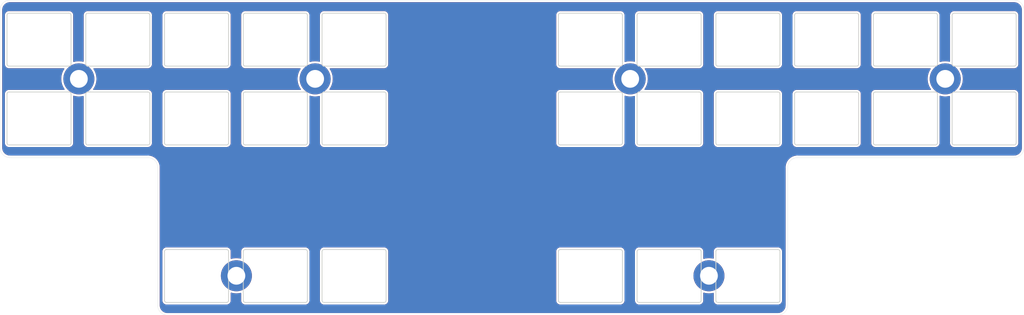
<source format=kicad_pcb>
(kicad_pcb (version 20210228) (generator pcbnew)
  (layers (0 "F.Cu" signal) (31 "B.Cu" signal) (34 "B.Paste" user) (35 "F.Paste" user) (36 "B.SilkS" user "B.Silkscreen") (37 "F.SilkS" user "F.Silkscreen") (38 "B.Mask" user) (39 "F.Mask" user) (44 "Edge.Cuts" user))
  (net 0 "")
  (footprint "MountingHole:MountingHole_4.3mm_M4_DIN965_Pad" (layer "F.Cu") (at 84.93125 127)
    (fp_text reference "REF**" hide)
    (fp_text value "m4")
    (pad "1" thru_hole circle (at 0 0) (size 7.5 7.5) (drill 4.3) (layers *.Cu *.Mask))
  )
  (footprint "MountingHole:MountingHole_4.3mm_M4_DIN965_Pad" (layer "F.Cu") (at 199.23125 127)
    (fp_text reference "REF**" hide)
    (fp_text value "m4")
    (pad "1" thru_hole circle (at 0 0) (size 7.5 7.5) (drill 4.3) (layers *.Cu *.Mask))
  )
  (footprint "MountingHole:MountingHole_4.3mm_M4_DIN965_Pad" (layer "F.Cu") (at 256.38125 79.375)
    (fp_text reference "REF**" hide)
    (fp_text value "m4")
    (pad "1" thru_hole circle (at 0 0) (size 7.5 7.5) (drill 4.3) (layers *.Cu *.Mask))
  )
  (footprint "MountingHole:MountingHole_4.3mm_M4_DIN965_Pad" (layer "F.Cu") (at 180.18125 79.375)
    (fp_text reference "REF**" hide)
    (fp_text value "m4")
    (pad "1" thru_hole circle (at 0 0) (size 7.5 7.5) (drill 4.3) (layers *.Cu *.Mask))
  )
  (footprint "MountingHole:MountingHole_4.3mm_M4_DIN965_Pad" (layer "F.Cu") (at 103.98125 79.375)
    (fp_text reference "REF**" hide)
    (fp_text value "m4")
    (pad "1" thru_hole circle (at 0 0) (size 7.5 7.5) (drill 4.3) (layers *.Cu *.Mask))
  )
  (footprint "MountingHole:MountingHole_4.3mm_M4_DIN965_Pad" (layer "F.Cu") (at 46.83125 79.375)
    (fp_text reference "REF**" hide)
    (fp_text value "m4")
    (pad "1" thru_hole circle (at 0 0) (size 7.5 7.5) (drill 4.3) (layers *.Cu *.Mask))
  )
  (gr_line (start 27.78125 62.70625) (end 27.78125 96.04375) (layer "Edge.Cuts") (width 0.05))
  (gr_line (start 275.43125 96.04375) (end 275.43125 62.70625) (layer "Edge.Cuts") (width 0.05))
  (gr_line (start 273.05 60.325) (end 30.1625 60.325) (layer "Edge.Cuts") (width 0.05))
  (gr_line (start 30.1625 98.425) (end 63.5 98.425) (layer "Edge.Cuts") (width 0.05))
  (gr_line (start 65.88125 100.80625) (end 65.88125 134.14375) (layer "Edge.Cuts") (width 0.05))
  (gr_line (start 68.2625 136.525) (end 215.9 136.525) (layer "Edge.Cuts") (width 0.05))
  (gr_line (start 218.28125 134.14375) (end 218.28125 100.80625) (layer "Edge.Cuts") (width 0.05))
  (gr_line (start 220.6625 98.425) (end 273.05 98.425) (layer "Edge.Cuts") (width 0.05))
  (gr_arc (start 177.8 132.95) (end 177.8 133.45) (angle -90) (layer "Edge.Cuts") (width 0.2))
  (gr_line (start 177.8 63.5) (end 163.3 63.5) (layer "Edge.Cuts") (width 0.2))
  (gr_arc (start 29.95 94.85) (end 29.45 94.85) (angle -90) (layer "Edge.Cuts") (width 0.2))
  (gr_line (start 182.35 76.3) (end 196.85 76.3) (layer "Edge.Cuts") (width 0.2))
  (gr_arc (start 201.4 83.05) (end 201.4 82.55) (angle -90) (layer "Edge.Cuts") (width 0.2))
  (gr_line (start 216.4 132.95) (end 216.4 121.15) (layer "Edge.Cuts") (width 0.2))
  (gr_arc (start 101.6 121.15) (end 102.1 121.15) (angle -90) (layer "Edge.Cuts") (width 0.2))
  (gr_line (start 29.45 83.05) (end 29.45 94.85) (layer "Edge.Cuts") (width 0.2))
  (gr_line (start 182.35 95.35) (end 196.85 95.35) (layer "Edge.Cuts") (width 0.2))
  (gr_arc (start 163.3 64) (end 163.3 63.5) (angle -90) (layer "Edge.Cuts") (width 0.2))
  (gr_arc (start 177.8 64) (end 178.3 64) (angle -90) (layer "Edge.Cuts") (width 0.2))
  (gr_line (start 29.95 76.3) (end 44.449999 76.3) (layer "Edge.Cuts") (width 0.2))
  (gr_arc (start 106.15 64) (end 106.15 63.5) (angle -90) (layer "Edge.Cuts") (width 0.2))
  (gr_line (start 216.4 94.85) (end 216.4 83.05) (layer "Edge.Cuts") (width 0.2))
  (gr_arc (start 254 64) (end 254.5 64) (angle -90) (layer "Edge.Cuts") (width 0.2))
  (gr_arc (start 120.65 64) (end 121.15 64) (angle -90) (layer "Edge.Cuts") (width 0.2))
  (gr_arc (start 120.65 132.95) (end 120.65 133.45) (angle -90) (layer "Edge.Cuts") (width 0.2))
  (gr_line (start 120.65 82.55) (end 106.15 82.55) (layer "Edge.Cuts") (width 0.2))
  (gr_line (start 215.9 120.65) (end 201.4 120.65) (layer "Edge.Cuts") (width 0.2))
  (gr_arc (start 82.55 94.85) (end 82.55 95.35) (angle -90) (layer "Edge.Cuts") (width 0.2))
  (gr_line (start 83.05 94.85) (end 83.05 83.05) (layer "Edge.Cuts") (width 0.2))
  (gr_arc (start 177.8 121.15) (end 178.3 121.15) (angle -90) (layer "Edge.Cuts") (width 0.2))
  (gr_line (start 254.5 75.8) (end 254.5 64) (layer "Edge.Cuts") (width 0.2))
  (gr_arc (start 82.55 64) (end 83.05 64) (angle -90) (layer "Edge.Cuts") (width 0.2))
  (gr_line (start 121.15 75.8) (end 121.15 64) (layer "Edge.Cuts") (width 0.2))
  (gr_arc (start 220.45 75.8) (end 219.95 75.8) (angle -90) (layer "Edge.Cuts") (width 0.2))
  (gr_line (start 121.15 132.95) (end 121.15 121.15) (layer "Edge.Cuts") (width 0.2))
  (gr_line (start 239 64) (end 239 75.8) (layer "Edge.Cuts") (width 0.2))
  (gr_line (start 87.1 133.45) (end 101.6 133.45) (layer "Edge.Cuts") (width 0.2))
  (gr_arc (start 273.05 75.8) (end 273.05 76.3) (angle -90) (layer "Edge.Cuts") (width 0.2))
  (gr_arc (start 101.6 94.85) (end 101.6 95.35) (angle -90) (layer "Edge.Cuts") (width 0.2))
  (gr_arc (start 82.55 121.15) (end 83.05 121.15) (angle -90) (layer "Edge.Cuts") (width 0.2))
  (gr_line (start 49 95.35) (end 63.5 95.35) (layer "Edge.Cuts") (width 0.2))
  (gr_arc (start 182.35 64) (end 182.35 63.5) (angle -90) (layer "Edge.Cuts") (width 0.2))
  (gr_line (start 234.95 82.55) (end 220.45 82.55) (layer "Edge.Cuts") (width 0.2))
  (gr_line (start 216.4 75.8) (end 216.4 64) (layer "Edge.Cuts") (width 0.2))
  (gr_arc (start 196.85 64) (end 197.35 64) (angle -90) (layer "Edge.Cuts") (width 0.2))
  (gr_arc (start 239.5 75.8) (end 239 75.8) (angle -90) (layer "Edge.Cuts") (width 0.2))
  (gr_line (start 196.85 120.65) (end 182.35 120.65) (layer "Edge.Cuts") (width 0.2))
  (gr_arc (start 44.449999 83.05) (end 44.95 83.05) (angle -90) (layer "Edge.Cuts") (width 0.2))
  (gr_line (start 68.05 95.35) (end 82.55 95.35) (layer "Edge.Cuts") (width 0.2))
  (gr_line (start 44.95 75.8) (end 44.95 64) (layer "Edge.Cuts") (width 0.2))
  (gr_arc (start 68.2625 134.14375) (end 65.88125 134.14375) (angle -90) (layer "Edge.Cuts") (width 0.05))
  (gr_arc (start 120.65 94.85) (end 120.65 95.35) (angle -90) (layer "Edge.Cuts") (width 0.2))
  (gr_line (start 178.3 75.8) (end 178.3 64) (layer "Edge.Cuts") (width 0.2))
  (gr_arc (start 163.3 132.95) (end 162.8 132.95) (angle -90) (layer "Edge.Cuts") (width 0.2))
  (gr_line (start 197.35 132.95) (end 197.35 121.15) (layer "Edge.Cuts") (width 0.2))
  (gr_line (start 219.95 83.05) (end 219.95 94.85) (layer "Edge.Cuts") (width 0.2))
  (gr_arc (start 220.45 83.05) (end 220.45 82.55) (angle -90) (layer "Edge.Cuts") (width 0.2))
  (gr_arc (start 68.05 75.8) (end 67.55 75.8) (angle -90) (layer "Edge.Cuts") (width 0.2))
  (gr_arc (start 273.05 83.05) (end 273.55 83.05) (angle -90) (layer "Edge.Cuts") (width 0.2))
  (gr_arc (start 44.449999 75.8) (end 44.449999 76.3) (angle -90) (layer "Edge.Cuts") (width 0.2))
  (gr_line (start 106.15 95.35) (end 120.65 95.35) (layer "Edge.Cuts") (width 0.2))
  (gr_line (start 215.9 82.55) (end 201.4 82.55) (layer "Edge.Cuts") (width 0.2))
  (gr_line (start 239.5 95.35) (end 254 95.35) (layer "Edge.Cuts") (width 0.2))
  (gr_line (start 258.55 76.3) (end 273.05 76.3) (layer "Edge.Cuts") (width 0.2))
  (gr_line (start 64 75.8) (end 64 64) (layer "Edge.Cuts") (width 0.2))
  (gr_line (start 105.65 121.15) (end 105.65 132.95) (layer "Edge.Cuts") (width 0.2))
  (gr_line (start 105.65 64) (end 105.65 75.8) (layer "Edge.Cuts") (width 0.2))
  (gr_arc (start 29.95 64) (end 29.95 63.5) (angle -90) (layer "Edge.Cuts") (width 0.2))
  (gr_line (start 120.65 120.65) (end 106.15 120.65) (layer "Edge.Cuts") (width 0.2))
  (gr_line (start 29.95 95.35) (end 44.449999 95.35) (layer "Edge.Cuts") (width 0.2))
  (gr_line (start 220.45 76.3) (end 234.95 76.3) (layer "Edge.Cuts") (width 0.2))
  (gr_line (start 87.1 95.35) (end 101.6 95.35) (layer "Edge.Cuts") (width 0.2))
  (gr_arc (start 101.6 64) (end 102.1 64) (angle -90) (layer "Edge.Cuts") (width 0.2))
  (gr_arc (start 201.4 75.8) (end 200.9 75.8) (angle -90) (layer "Edge.Cuts") (width 0.2))
  (gr_line (start 163.3 76.3) (end 177.8 76.3) (layer "Edge.Cuts") (width 0.2))
  (gr_arc (start 49 94.85) (end 48.5 94.85) (angle -90) (layer "Edge.Cuts") (width 0.2))
  (gr_line (start 234.95 63.5) (end 220.45 63.5) (layer "Edge.Cuts") (width 0.2))
  (gr_arc (start 254 94.85) (end 254 95.35) (angle -90) (layer "Edge.Cuts") (width 0.2))
  (gr_arc (start 163.3 83.05) (end 163.3 82.55) (angle -90) (layer "Edge.Cuts") (width 0.2))
  (gr_line (start 86.6 83.05) (end 86.6 94.85) (layer "Edge.Cuts") (width 0.2))
  (gr_line (start 235.45 94.85) (end 235.45 83.05) (layer "Edge.Cuts") (width 0.2))
  (gr_line (start 273.55 75.8) (end 273.55 64) (layer "Edge.Cuts") (width 0.2))
  (gr_line (start 196.85 63.5) (end 182.35 63.5) (layer "Edge.Cuts") (width 0.2))
  (gr_line (start 86.6 121.15) (end 86.6 132.95) (layer "Edge.Cuts") (width 0.2))
  (gr_arc (start 87.1 83.05) (end 87.1 82.55) (angle -90) (layer "Edge.Cuts") (width 0.2))
  (gr_arc (start 87.1 75.8) (end 86.6 75.8) (angle -90) (layer "Edge.Cuts") (width 0.2))
  (gr_line (start 258.05 83.05) (end 258.05 94.85) (layer "Edge.Cuts") (width 0.2))
  (gr_line (start 29.45 64) (end 29.45 75.8) (layer "Edge.Cuts") (width 0.2))
  (gr_line (start 162.8 64) (end 162.8 75.8) (layer "Edge.Cuts") (width 0.2))
  (gr_arc (start 182.35 75.8) (end 181.85 75.8) (angle -90) (layer "Edge.Cuts") (width 0.2))
  (gr_line (start 44.95 94.85) (end 44.95 83.05) (layer "Edge.Cuts") (width 0.2))
  (gr_line (start 201.4 133.45) (end 215.9 133.45) (layer "Edge.Cuts") (width 0.2))
  (gr_line (start 44.449999 82.55) (end 29.95 82.55) (layer "Edge.Cuts") (width 0.2))
  (gr_line (start 254 82.55) (end 239.5 82.55) (layer "Edge.Cuts") (width 0.2))
  (gr_line (start 87.1 76.3) (end 101.6 76.3) (layer "Edge.Cuts") (width 0.2))
  (gr_arc (start 234.95 94.85) (end 234.95 95.35) (angle -90) (layer "Edge.Cuts") (width 0.2))
  (gr_line (start 162.8 121.15) (end 162.8 132.95) (layer "Edge.Cuts") (width 0.2))
  (gr_line (start 163.3 95.35) (end 177.8 95.35) (layer "Edge.Cuts") (width 0.2))
  (gr_arc (start 182.35 94.85) (end 181.85 94.85) (angle -90) (layer "Edge.Cuts") (width 0.2))
  (gr_arc (start 182.35 132.95) (end 181.85 132.95) (angle -90) (layer "Edge.Cuts") (width 0.2))
  (gr_line (start 67.55 121.15) (end 67.55 132.95) (layer "Edge.Cuts") (width 0.2))
  (gr_arc (start 239.5 94.85) (end 239 94.85) (angle -90) (layer "Edge.Cuts") (width 0.2))
  (gr_line (start 48.5 64) (end 48.5 75.8) (layer "Edge.Cuts") (width 0.2))
  (gr_line (start 120.65 63.5) (end 106.15 63.5) (layer "Edge.Cuts") (width 0.2))
  (gr_arc (start 106.15 83.05) (end 106.15 82.55) (angle -90) (layer "Edge.Cuts") (width 0.2))
  (gr_arc (start 215.9 75.8) (end 215.9 76.3) (angle -90) (layer "Edge.Cuts") (width 0.2))
  (gr_line (start 178.3 132.95) (end 178.3 121.15) (layer "Edge.Cuts") (width 0.2))
  (gr_arc (start 177.8 94.85) (end 177.8 95.35) (angle -90) (layer "Edge.Cuts") (width 0.2))
  (gr_arc (start 196.85 83.05) (end 197.35 83.05) (angle -90) (layer "Edge.Cuts") (width 0.2))
  (gr_line (start 105.65 83.05) (end 105.65 94.85) (layer "Edge.Cuts") (width 0.2))
  (gr_arc (start 234.95 83.05) (end 235.45 83.05) (angle -90) (layer "Edge.Cuts") (width 0.2))
  (gr_arc (start 273.05 94.85) (end 273.05 95.35) (angle -90) (layer "Edge.Cuts") (width 0.2))
  (gr_line (start 177.8 82.55) (end 163.3 82.55) (layer "Edge.Cuts") (width 0.2))
  (gr_line (start 219.95 64) (end 219.95 75.8) (layer "Edge.Cuts") (width 0.2))
  (gr_line (start 197.35 94.85) (end 197.35 83.05) (layer "Edge.Cuts") (width 0.2))
  (gr_arc (start 106.15 94.85) (end 105.65 94.85) (angle -90) (layer "Edge.Cuts") (width 0.2))
  (gr_arc (start 44.449999 94.85) (end 44.449999 95.35) (angle -90) (layer "Edge.Cuts") (width 0.2))
  (gr_line (start 258.55 95.35) (end 273.05 95.35) (layer "Edge.Cuts") (width 0.2))
  (gr_arc (start 120.65 121.15) (end 121.15 121.15) (angle -90) (layer "Edge.Cuts") (width 0.2))
  (gr_arc (start 87.1 132.95) (end 86.6 132.95) (angle -90) (layer "Edge.Cuts") (width 0.2))
  (gr_arc (start 106.15 75.8) (end 105.65 75.8) (angle -90) (layer "Edge.Cuts") (width 0.2))
  (gr_arc (start 106.15 132.95) (end 105.65 132.95) (angle -90) (layer "Edge.Cuts") (width 0.2))
  (gr_arc (start 87.1 121.15) (end 87.1 120.65) (angle -90) (layer "Edge.Cuts") (width 0.2))
  (gr_line (start 67.55 64) (end 67.55 75.8) (layer "Edge.Cuts") (width 0.2))
  (gr_line (start 44.449999 63.5) (end 29.95 63.5) (layer "Edge.Cuts") (width 0.2))
  (gr_arc (start 196.85 94.85) (end 196.85 95.35) (angle -90) (layer "Edge.Cuts") (width 0.2))
  (gr_arc (start 63.5 100.80625) (end 65.88125 100.80625) (angle -90) (layer "Edge.Cuts") (width 0.05))
  (gr_arc (start 87.1 94.85) (end 86.6 94.85) (angle -90) (layer "Edge.Cuts") (width 0.2))
  (gr_arc (start 68.05 94.85) (end 67.55 94.85) (angle -90) (layer "Edge.Cuts") (width 0.2))
  (gr_line (start 196.85 82.55) (end 182.35 82.55) (layer "Edge.Cuts") (width 0.2))
  (gr_line (start 181.85 64) (end 181.85 75.8) (layer "Edge.Cuts") (width 0.2))
  (gr_arc (start 196.85 132.95) (end 196.85 133.45) (angle -90) (layer "Edge.Cuts") (width 0.2))
  (gr_line (start 200.9 83.05) (end 200.9 94.85) (layer "Edge.Cuts") (width 0.2))
  (gr_line (start 254.5 94.85) (end 254.5 83.05) (layer "Edge.Cuts") (width 0.2))
  (gr_line (start 106.15 133.45) (end 120.65 133.45) (layer "Edge.Cuts") (width 0.2))
  (gr_arc (start 196.85 121.15) (end 197.35 121.15) (angle -90) (layer "Edge.Cuts") (width 0.2))
  (gr_line (start 258.05 64) (end 258.05 75.8) (layer "Edge.Cuts") (width 0.2))
  (gr_line (start 181.85 121.15) (end 181.85 132.95) (layer "Edge.Cuts") (width 0.2))
  (gr_line (start 83.05 75.8) (end 83.05 64) (layer "Edge.Cuts") (width 0.2))
  (gr_arc (start 68.05 83.05) (end 68.05 82.55) (angle -90) (layer "Edge.Cuts") (width 0.2))
  (gr_arc (start 220.45 64) (end 220.45 63.5) (angle -90) (layer "Edge.Cuts") (width 0.2))
  (gr_line (start 48.5 83.05) (end 48.5 94.85) (layer "Edge.Cuts") (width 0.2))
  (gr_arc (start 215.9 83.05) (end 216.4 83.05) (angle -90) (layer "Edge.Cuts") (width 0.2))
  (gr_line (start 83.05 132.95) (end 83.05 121.15) (layer "Edge.Cuts") (width 0.2))
  (gr_arc (start 196.85 75.8) (end 196.85 76.3) (angle -90) (layer "Edge.Cuts") (width 0.2))
  (gr_line (start 201.4 76.3) (end 215.9 76.3) (layer "Edge.Cuts") (width 0.2))
  (gr_arc (start 273.05 62.70625) (end 275.43125 62.70625) (angle -90) (layer "Edge.Cuts") (width 0.05))
  (gr_arc (start 163.3 94.85) (end 162.8 94.85) (angle -90) (layer "Edge.Cuts") (width 0.2))
  (gr_line (start 102.1 75.8) (end 102.1 64) (layer "Edge.Cuts") (width 0.2))
  (gr_arc (start 29.95 75.8) (end 29.45 75.8) (angle -90) (layer "Edge.Cuts") (width 0.2))
  (gr_line (start 63.5 82.55) (end 49 82.55) (layer "Edge.Cuts") (width 0.2))
  (gr_arc (start 201.4 132.95) (end 200.9 132.95) (angle -90) (layer "Edge.Cuts") (width 0.2))
  (gr_arc (start 44.449999 64) (end 44.95 64) (angle -90) (layer "Edge.Cuts") (width 0.2))
  (gr_line (start 106.15 76.3) (end 120.65 76.3) (layer "Edge.Cuts") (width 0.2))
  (gr_line (start 68.05 133.45) (end 82.55 133.45) (layer "Edge.Cuts") (width 0.2))
  (gr_line (start 162.8 83.05) (end 162.8 94.85) (layer "Edge.Cuts") (width 0.2))
  (gr_arc (start 101.6 83.05) (end 102.1 83.05) (angle -90) (layer "Edge.Cuts") (width 0.2))
  (gr_arc (start 63.5 83.05) (end 64 83.05) (angle -90) (layer "Edge.Cuts") (width 0.2))
  (gr_arc (start 177.8 83.05) (end 178.3 83.05) (angle -90) (layer "Edge.Cuts") (width 0.2))
  (gr_line (start 177.8 120.65) (end 163.3 120.65) (layer "Edge.Cuts") (width 0.2))
  (gr_arc (start 273.05 96.04375) (end 273.05 98.425) (angle -90) (layer "Edge.Cuts") (width 0.05))
  (gr_arc (start 201.4 121.15) (end 201.4 120.65) (angle -90) (layer "Edge.Cuts") (width 0.2))
  (gr_arc (start 163.3 75.8) (end 162.8 75.8) (angle -90) (layer "Edge.Cuts") (width 0.2))
  (gr_arc (start 82.55 75.8) (end 82.55 76.3) (angle -90) (layer "Edge.Cuts") (width 0.2))
  (gr_line (start 64 94.85) (end 64 83.05) (layer "Edge.Cuts") (width 0.2))
  (gr_arc (start 258.55 75.8) (end 258.05 75.8) (angle -90) (layer "Edge.Cuts") (width 0.2))
  (gr_arc (start 201.4 64) (end 201.4 63.5) (angle -90) (layer "Edge.Cuts") (width 0.2))
  (gr_arc (start 215.9 64) (end 216.4 64) (angle -90) (layer "Edge.Cuts") (width 0.2))
  (gr_line (start 121.15 94.85) (end 121.15 83.05) (layer "Edge.Cuts") (width 0.2))
  (gr_arc (start 68.05 132.95) (end 67.55 132.95) (angle -90) (layer "Edge.Cuts") (width 0.2))
  (gr_arc (start 215.9 94.85) (end 215.9 95.35) (angle -90) (layer "Edge.Cuts") (width 0.2))
  (gr_line (start 68.05 76.3) (end 82.55 76.3) (layer "Edge.Cuts") (width 0.2))
  (gr_arc (start 106.15 121.15) (end 106.15 120.65) (angle -90) (layer "Edge.Cuts") (width 0.2))
  (gr_line (start 201.4 95.35) (end 215.9 95.35) (layer "Edge.Cuts") (width 0.2))
  (gr_line (start 63.5 63.5) (end 49 63.5) (layer "Edge.Cuts") (width 0.2))
  (gr_arc (start 101.6 132.95) (end 101.6 133.45) (angle -90) (layer "Edge.Cuts") (width 0.2))
  (gr_arc (start 101.6 75.8) (end 101.6 76.3) (angle -90) (layer "Edge.Cuts") (width 0.2))
  (gr_arc (start 49 83.05) (end 49 82.55) (angle -90) (layer "Edge.Cuts") (width 0.2))
  (gr_arc (start 239.5 83.05) (end 239.5 82.55) (angle -90) (layer "Edge.Cuts") (width 0.2))
  (gr_line (start 101.6 120.65) (end 87.1 120.65) (layer "Edge.Cuts") (width 0.2))
  (gr_arc (start 163.3 121.15) (end 163.3 120.65) (angle -90) (layer "Edge.Cuts") (width 0.2))
  (gr_arc (start 234.95 64) (end 235.45 64) (angle -90) (layer "Edge.Cuts") (width 0.2))
  (gr_arc (start 49 75.8) (end 48.5 75.8) (angle -90) (layer "Edge.Cuts") (width 0.2))
  (gr_line (start 163.3 133.45) (end 177.8 133.45) (layer "Edge.Cuts") (width 0.2))
  (gr_arc (start 30.1625 62.70625) (end 30.1625 60.325) (angle -90) (layer "Edge.Cuts") (width 0.05))
  (gr_line (start 101.6 82.55) (end 87.1 82.55) (layer "Edge.Cuts") (width 0.2))
  (gr_arc (start 87.1 64) (end 87.1 63.5) (angle -90) (layer "Edge.Cuts") (width 0.2))
  (gr_arc (start 215.9 121.15) (end 216.4 121.15) (angle -90) (layer "Edge.Cuts") (width 0.2))
  (gr_arc (start 29.95 83.05) (end 29.95 82.55) (angle -90) (layer "Edge.Cuts") (width 0.2))
  (gr_line (start 101.6 63.5) (end 87.1 63.5) (layer "Edge.Cuts") (width 0.2))
  (gr_arc (start 177.8 75.8) (end 177.8 76.3) (angle -90) (layer "Edge.Cuts") (width 0.2))
  (gr_arc (start 63.5 64) (end 64 64) (angle -90) (layer "Edge.Cuts") (width 0.2))
  (gr_line (start 254 63.5) (end 239.5 63.5) (layer "Edge.Cuts") (width 0.2))
  (gr_arc (start 220.6625 100.80625) (end 220.6625 98.425) (angle -90) (layer "Edge.Cuts") (width 0.05))
  (gr_line (start 182.35 133.45) (end 196.85 133.45) (layer "Edge.Cuts") (width 0.2))
  (gr_arc (start 201.4 94.85) (end 200.9 94.85) (angle -90) (layer "Edge.Cuts") (width 0.2))
  (gr_arc (start 234.95 75.8) (end 234.95 76.3) (angle -90) (layer "Edge.Cuts") (width 0.2))
  (gr_arc (start 273.05 64) (end 273.55 64) (angle -90) (layer "Edge.Cuts") (width 0.2))
  (gr_line (start 82.55 82.55) (end 68.05 82.55) (layer "Edge.Cuts") (width 0.2))
  (gr_arc (start 30.1625 96.04375) (end 27.78125 96.04375) (angle -90) (layer "Edge.Cuts") (width 0.05))
  (gr_arc (start 182.35 121.15) (end 182.35 120.65) (angle -90) (layer "Edge.Cuts") (width 0.2))
  (gr_line (start 215.9 63.5) (end 201.4 63.5) (layer "Edge.Cuts") (width 0.2))
  (gr_arc (start 120.65 83.05) (end 121.15 83.05) (angle -90) (layer "Edge.Cuts") (width 0.2))
  (gr_line (start 220.45 95.35) (end 234.95 95.35) (layer "Edge.Cuts") (width 0.2))
  (gr_arc (start 254 83.05) (end 254.5 83.05) (angle -90) (layer "Edge.Cuts") (width 0.2))
  (gr_line (start 178.3 94.85) (end 178.3 83.05) (layer "Edge.Cuts") (width 0.2))
  (gr_arc (start 258.55 83.05) (end 258.55 82.55) (angle -90) (layer "Edge.Cuts") (width 0.2))
  (gr_line (start 273.55 94.85) (end 273.55 83.05) (layer "Edge.Cuts") (width 0.2))
  (gr_line (start 102.1 132.95) (end 102.1 121.15) (layer "Edge.Cuts") (width 0.2))
  (gr_arc (start 258.55 94.85) (end 258.05 94.85) (angle -90) (layer "Edge.Cuts") (width 0.2))
  (gr_arc (start 215.9 132.95) (end 215.9 133.45) (angle -90) (layer "Edge.Cuts") (width 0.2))
  (gr_line (start 82.55 120.65) (end 68.05 120.65) (layer "Edge.Cuts") (width 0.2))
  (gr_line (start 239.5 76.3) (end 254 76.3) (layer "Edge.Cuts") (width 0.2))
  (gr_line (start 200.9 64) (end 200.9 75.8) (layer "Edge.Cuts") (width 0.2))
  (gr_line (start 67.55 83.05) (end 67.55 94.85) (layer "Edge.Cuts") (width 0.2))
  (gr_line (start 200.9 121.15) (end 200.9 132.95) (layer "Edge.Cuts") (width 0.2))
  (gr_line (start 49 76.3) (end 63.5 76.3) (layer "Edge.Cuts") (width 0.2))
  (gr_line (start 102.1 94.85) (end 102.1 83.05) (layer "Edge.Cuts") (width 0.2))
  (gr_line (start 181.85 83.05) (end 181.85 94.85) (layer "Edge.Cuts") (width 0.2))
  (gr_line (start 239 83.05) (end 239 94.85) (layer "Edge.Cuts") (width 0.2))
  (gr_line (start 273.05 82.55) (end 258.55 82.55) (layer "Edge.Cuts") (width 0.2))
  (gr_arc (start 120.65 75.8) (end 120.65 76.3) (angle -90) (layer "Edge.Cuts") (width 0.2))
  (gr_arc (start 63.5 94.85) (end 63.5 95.35) (angle -90) (layer "Edge.Cuts") (width 0.2))
  (gr_line (start 86.6 64) (end 86.6 75.8) (layer "Edge.Cuts") (width 0.2))
  (gr_arc (start 254 75.8) (end 254 76.3) (angle -90) (layer "Edge.Cuts") (width 0.2))
  (gr_line (start 235.45 75.8) (end 235.45 64) (layer "Edge.Cuts") (width 0.2))
  (gr_arc (start 220.45 94.85) (end 219.95 94.85) (angle -90) (layer "Edge.Cuts") (width 0.2))
  (gr_arc (start 68.05 121.15) (end 68.05 120.65) (angle -90) (layer "Edge.Cuts") (width 0.2))
  (gr_line (start 197.35 75.8) (end 197.35 64) (layer "Edge.Cuts") (width 0.2))
  (gr_arc (start 49 64) (end 49 63.5) (angle -90) (layer "Edge.Cuts") (width 0.2))
  (gr_arc (start 215.9 134.14375) (end 215.9 136.525) (angle -90) (layer "Edge.Cuts") (width 0.05))
  (gr_line (start 273.05 63.5) (end 258.55 63.5) (layer "Edge.Cuts") (width 0.2))
  (gr_arc (start 63.5 75.8) (end 63.5 76.3) (angle -90) (layer "Edge.Cuts") (width 0.2))
  (gr_arc (start 182.35 83.05) (end 182.35 82.55) (angle -90) (layer "Edge.Cuts") (width 0.2))
  (gr_arc (start 68.05 64) (end 68.05 63.5) (angle -90) (layer "Edge.Cuts") (width 0.2))
  (gr_arc (start 82.55 83.05) (end 83.05 83.05) (angle -90) (layer "Edge.Cuts") (width 0.2))
  (gr_arc (start 258.55 64) (end 258.55 63.5) (angle -90) (layer "Edge.Cuts") (width 0.2))
  (gr_arc (start 82.55 132.95) (end 82.55 133.45) (angle -90) (layer "Edge.Cuts") (width 0.2))
  (gr_line (start 82.55 63.5) (end 68.05 63.5) (layer "Edge.Cuts") (width 0.2))
  (gr_arc (start 239.5 64) (end 239.5 63.5) (angle -90) (layer "Edge.Cuts") (width 0.2))
  (zone (net 0) (net_name "") (layers F&B.Cu) (connect_pads (clearance 0.508)) (min_thickness 0.254) (fill yes (thermal_gap 0.508) (thermal_bridge_width 0.508))
    (polygon (pts (xy 275.43125 98.425) (xy 219.075 99.21875) (xy 218.28125 136.525) (xy 65.88125 136.525) (xy 65.0875 99.21875) (xy 27.78125 98.425) (xy 27.78125 60.325) (xy 275.43125 60.325)))
  )
)
</source>
